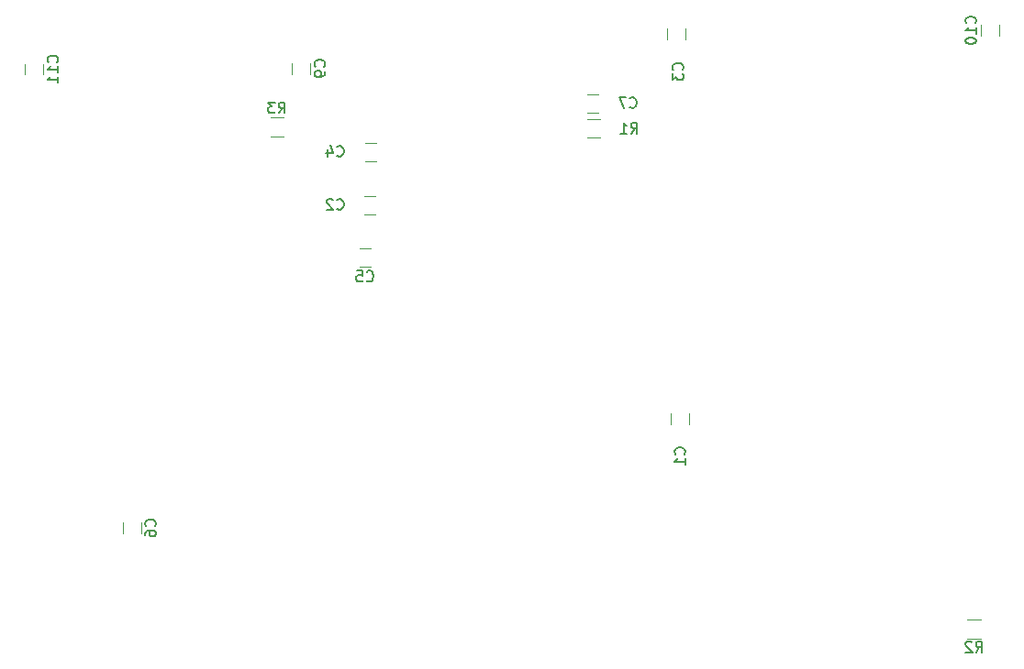
<source format=gbo>
G04 #@! TF.FileFunction,Legend,Bot*
%FSLAX46Y46*%
G04 Gerber Fmt 4.6, Leading zero omitted, Abs format (unit mm)*
G04 Created by KiCad (PCBNEW 4.0.4-stable) date 01/25/23 12:04:28*
%MOMM*%
%LPD*%
G01*
G04 APERTURE LIST*
%ADD10C,0.100000*%
%ADD11C,0.120000*%
%ADD12C,0.150000*%
G04 APERTURE END LIST*
D10*
D11*
X99325800Y-127820800D02*
X99325800Y-128820800D01*
X97625800Y-128820800D02*
X97625800Y-127820800D01*
X69426200Y-107760400D02*
X70426200Y-107760400D01*
X70426200Y-109460400D02*
X69426200Y-109460400D01*
X97346400Y-93260800D02*
X97346400Y-92260800D01*
X99046400Y-92260800D02*
X99046400Y-93260800D01*
X69451600Y-102807400D02*
X70451600Y-102807400D01*
X70451600Y-104507400D02*
X69451600Y-104507400D01*
X69943600Y-114286400D02*
X68943600Y-114286400D01*
X68943600Y-112586400D02*
X69943600Y-112586400D01*
X48805200Y-137904600D02*
X48805200Y-138904600D01*
X47105200Y-138904600D02*
X47105200Y-137904600D01*
X91000200Y-100011600D02*
X90000200Y-100011600D01*
X90000200Y-98311600D02*
X91000200Y-98311600D01*
X64426200Y-95435800D02*
X64426200Y-96435800D01*
X62726200Y-96435800D02*
X62726200Y-95435800D01*
X126302400Y-92905200D02*
X126302400Y-91905200D01*
X128002400Y-91905200D02*
X128002400Y-92905200D01*
X91176400Y-100593000D02*
X89976400Y-100593000D01*
X89976400Y-102353000D02*
X91176400Y-102353000D01*
X126253800Y-146846400D02*
X125053800Y-146846400D01*
X125053800Y-148606400D02*
X126253800Y-148606400D01*
X60715600Y-102200600D02*
X61915600Y-102200600D01*
X61915600Y-100440600D02*
X60715600Y-100440600D01*
X39788200Y-95512000D02*
X39788200Y-96512000D01*
X38088200Y-96512000D02*
X38088200Y-95512000D01*
D12*
X98909143Y-131583134D02*
X98956762Y-131535515D01*
X99004381Y-131392658D01*
X99004381Y-131297420D01*
X98956762Y-131154562D01*
X98861524Y-131059324D01*
X98766286Y-131011705D01*
X98575810Y-130964086D01*
X98432952Y-130964086D01*
X98242476Y-131011705D01*
X98147238Y-131059324D01*
X98052000Y-131154562D01*
X98004381Y-131297420D01*
X98004381Y-131392658D01*
X98052000Y-131535515D01*
X98099619Y-131583134D01*
X99004381Y-132535515D02*
X99004381Y-131964086D01*
X99004381Y-132249800D02*
X98004381Y-132249800D01*
X98147238Y-132154562D01*
X98242476Y-132059324D01*
X98290095Y-131964086D01*
X66867066Y-108916743D02*
X66914685Y-108964362D01*
X67057542Y-109011981D01*
X67152780Y-109011981D01*
X67295638Y-108964362D01*
X67390876Y-108869124D01*
X67438495Y-108773886D01*
X67486114Y-108583410D01*
X67486114Y-108440552D01*
X67438495Y-108250076D01*
X67390876Y-108154838D01*
X67295638Y-108059600D01*
X67152780Y-108011981D01*
X67057542Y-108011981D01*
X66914685Y-108059600D01*
X66867066Y-108107219D01*
X66486114Y-108107219D02*
X66438495Y-108059600D01*
X66343257Y-108011981D01*
X66105161Y-108011981D01*
X66009923Y-108059600D01*
X65962304Y-108107219D01*
X65914685Y-108202457D01*
X65914685Y-108297695D01*
X65962304Y-108440552D01*
X66533733Y-109011981D01*
X65914685Y-109011981D01*
X98731343Y-96073934D02*
X98778962Y-96026315D01*
X98826581Y-95883458D01*
X98826581Y-95788220D01*
X98778962Y-95645362D01*
X98683724Y-95550124D01*
X98588486Y-95502505D01*
X98398010Y-95454886D01*
X98255152Y-95454886D01*
X98064676Y-95502505D01*
X97969438Y-95550124D01*
X97874200Y-95645362D01*
X97826581Y-95788220D01*
X97826581Y-95883458D01*
X97874200Y-96026315D01*
X97921819Y-96073934D01*
X97826581Y-96407267D02*
X97826581Y-97026315D01*
X98207533Y-96692981D01*
X98207533Y-96835839D01*
X98255152Y-96931077D01*
X98302771Y-96978696D01*
X98398010Y-97026315D01*
X98636105Y-97026315D01*
X98731343Y-96978696D01*
X98778962Y-96931077D01*
X98826581Y-96835839D01*
X98826581Y-96550124D01*
X98778962Y-96454886D01*
X98731343Y-96407267D01*
X66867066Y-103989143D02*
X66914685Y-104036762D01*
X67057542Y-104084381D01*
X67152780Y-104084381D01*
X67295638Y-104036762D01*
X67390876Y-103941524D01*
X67438495Y-103846286D01*
X67486114Y-103655810D01*
X67486114Y-103512952D01*
X67438495Y-103322476D01*
X67390876Y-103227238D01*
X67295638Y-103132000D01*
X67152780Y-103084381D01*
X67057542Y-103084381D01*
X66914685Y-103132000D01*
X66867066Y-103179619D01*
X66009923Y-103417714D02*
X66009923Y-104084381D01*
X66248019Y-103036762D02*
X66486114Y-103751048D01*
X65867066Y-103751048D01*
X69610266Y-115543543D02*
X69657885Y-115591162D01*
X69800742Y-115638781D01*
X69895980Y-115638781D01*
X70038838Y-115591162D01*
X70134076Y-115495924D01*
X70181695Y-115400686D01*
X70229314Y-115210210D01*
X70229314Y-115067352D01*
X70181695Y-114876876D01*
X70134076Y-114781638D01*
X70038838Y-114686400D01*
X69895980Y-114638781D01*
X69800742Y-114638781D01*
X69657885Y-114686400D01*
X69610266Y-114734019D01*
X68705504Y-114638781D02*
X69181695Y-114638781D01*
X69229314Y-115114971D01*
X69181695Y-115067352D01*
X69086457Y-115019733D01*
X68848361Y-115019733D01*
X68753123Y-115067352D01*
X68705504Y-115114971D01*
X68657885Y-115210210D01*
X68657885Y-115448305D01*
X68705504Y-115543543D01*
X68753123Y-115591162D01*
X68848361Y-115638781D01*
X69086457Y-115638781D01*
X69181695Y-115591162D01*
X69229314Y-115543543D01*
X50062343Y-138237934D02*
X50109962Y-138190315D01*
X50157581Y-138047458D01*
X50157581Y-137952220D01*
X50109962Y-137809362D01*
X50014724Y-137714124D01*
X49919486Y-137666505D01*
X49729010Y-137618886D01*
X49586152Y-137618886D01*
X49395676Y-137666505D01*
X49300438Y-137714124D01*
X49205200Y-137809362D01*
X49157581Y-137952220D01*
X49157581Y-138047458D01*
X49205200Y-138190315D01*
X49252819Y-138237934D01*
X49157581Y-139095077D02*
X49157581Y-138904600D01*
X49205200Y-138809362D01*
X49252819Y-138761743D01*
X49395676Y-138666505D01*
X49586152Y-138618886D01*
X49967105Y-138618886D01*
X50062343Y-138666505D01*
X50109962Y-138714124D01*
X50157581Y-138809362D01*
X50157581Y-138999839D01*
X50109962Y-139095077D01*
X50062343Y-139142696D01*
X49967105Y-139190315D01*
X49729010Y-139190315D01*
X49633771Y-139142696D01*
X49586152Y-139095077D01*
X49538533Y-138999839D01*
X49538533Y-138809362D01*
X49586152Y-138714124D01*
X49633771Y-138666505D01*
X49729010Y-138618886D01*
X93892666Y-99518743D02*
X93940285Y-99566362D01*
X94083142Y-99613981D01*
X94178380Y-99613981D01*
X94321238Y-99566362D01*
X94416476Y-99471124D01*
X94464095Y-99375886D01*
X94511714Y-99185410D01*
X94511714Y-99042552D01*
X94464095Y-98852076D01*
X94416476Y-98756838D01*
X94321238Y-98661600D01*
X94178380Y-98613981D01*
X94083142Y-98613981D01*
X93940285Y-98661600D01*
X93892666Y-98709219D01*
X93559333Y-98613981D02*
X92892666Y-98613981D01*
X93321238Y-99613981D01*
X65683343Y-95769134D02*
X65730962Y-95721515D01*
X65778581Y-95578658D01*
X65778581Y-95483420D01*
X65730962Y-95340562D01*
X65635724Y-95245324D01*
X65540486Y-95197705D01*
X65350010Y-95150086D01*
X65207152Y-95150086D01*
X65016676Y-95197705D01*
X64921438Y-95245324D01*
X64826200Y-95340562D01*
X64778581Y-95483420D01*
X64778581Y-95578658D01*
X64826200Y-95721515D01*
X64873819Y-95769134D01*
X65778581Y-96245324D02*
X65778581Y-96435800D01*
X65730962Y-96531039D01*
X65683343Y-96578658D01*
X65540486Y-96673896D01*
X65350010Y-96721515D01*
X64969057Y-96721515D01*
X64873819Y-96673896D01*
X64826200Y-96626277D01*
X64778581Y-96531039D01*
X64778581Y-96340562D01*
X64826200Y-96245324D01*
X64873819Y-96197705D01*
X64969057Y-96150086D01*
X65207152Y-96150086D01*
X65302390Y-96197705D01*
X65350010Y-96245324D01*
X65397629Y-96340562D01*
X65397629Y-96531039D01*
X65350010Y-96626277D01*
X65302390Y-96673896D01*
X65207152Y-96721515D01*
X125759543Y-91762343D02*
X125807162Y-91714724D01*
X125854781Y-91571867D01*
X125854781Y-91476629D01*
X125807162Y-91333771D01*
X125711924Y-91238533D01*
X125616686Y-91190914D01*
X125426210Y-91143295D01*
X125283352Y-91143295D01*
X125092876Y-91190914D01*
X124997638Y-91238533D01*
X124902400Y-91333771D01*
X124854781Y-91476629D01*
X124854781Y-91571867D01*
X124902400Y-91714724D01*
X124950019Y-91762343D01*
X125854781Y-92714724D02*
X125854781Y-92143295D01*
X125854781Y-92429009D02*
X124854781Y-92429009D01*
X124997638Y-92333771D01*
X125092876Y-92238533D01*
X125140495Y-92143295D01*
X124854781Y-93333771D02*
X124854781Y-93429010D01*
X124902400Y-93524248D01*
X124950019Y-93571867D01*
X125045257Y-93619486D01*
X125235733Y-93667105D01*
X125473829Y-93667105D01*
X125664305Y-93619486D01*
X125759543Y-93571867D01*
X125807162Y-93524248D01*
X125854781Y-93429010D01*
X125854781Y-93333771D01*
X125807162Y-93238533D01*
X125759543Y-93190914D01*
X125664305Y-93143295D01*
X125473829Y-93095676D01*
X125235733Y-93095676D01*
X125045257Y-93143295D01*
X124950019Y-93190914D01*
X124902400Y-93238533D01*
X124854781Y-93333771D01*
X93994266Y-101950781D02*
X94327600Y-101474590D01*
X94565695Y-101950781D02*
X94565695Y-100950781D01*
X94184742Y-100950781D01*
X94089504Y-100998400D01*
X94041885Y-101046019D01*
X93994266Y-101141257D01*
X93994266Y-101284114D01*
X94041885Y-101379352D01*
X94089504Y-101426971D01*
X94184742Y-101474590D01*
X94565695Y-101474590D01*
X93041885Y-101950781D02*
X93613314Y-101950781D01*
X93327600Y-101950781D02*
X93327600Y-100950781D01*
X93422838Y-101093638D01*
X93518076Y-101188876D01*
X93613314Y-101236495D01*
X125820466Y-149878781D02*
X126153800Y-149402590D01*
X126391895Y-149878781D02*
X126391895Y-148878781D01*
X126010942Y-148878781D01*
X125915704Y-148926400D01*
X125868085Y-148974019D01*
X125820466Y-149069257D01*
X125820466Y-149212114D01*
X125868085Y-149307352D01*
X125915704Y-149354971D01*
X126010942Y-149402590D01*
X126391895Y-149402590D01*
X125439514Y-148974019D02*
X125391895Y-148926400D01*
X125296657Y-148878781D01*
X125058561Y-148878781D01*
X124963323Y-148926400D01*
X124915704Y-148974019D01*
X124868085Y-149069257D01*
X124868085Y-149164495D01*
X124915704Y-149307352D01*
X125487133Y-149878781D01*
X124868085Y-149878781D01*
X61482266Y-100072981D02*
X61815600Y-99596790D01*
X62053695Y-100072981D02*
X62053695Y-99072981D01*
X61672742Y-99072981D01*
X61577504Y-99120600D01*
X61529885Y-99168219D01*
X61482266Y-99263457D01*
X61482266Y-99406314D01*
X61529885Y-99501552D01*
X61577504Y-99549171D01*
X61672742Y-99596790D01*
X62053695Y-99596790D01*
X61148933Y-99072981D02*
X60529885Y-99072981D01*
X60863219Y-99453933D01*
X60720361Y-99453933D01*
X60625123Y-99501552D01*
X60577504Y-99549171D01*
X60529885Y-99644410D01*
X60529885Y-99882505D01*
X60577504Y-99977743D01*
X60625123Y-100025362D01*
X60720361Y-100072981D01*
X61006076Y-100072981D01*
X61101314Y-100025362D01*
X61148933Y-99977743D01*
X41045343Y-95369143D02*
X41092962Y-95321524D01*
X41140581Y-95178667D01*
X41140581Y-95083429D01*
X41092962Y-94940571D01*
X40997724Y-94845333D01*
X40902486Y-94797714D01*
X40712010Y-94750095D01*
X40569152Y-94750095D01*
X40378676Y-94797714D01*
X40283438Y-94845333D01*
X40188200Y-94940571D01*
X40140581Y-95083429D01*
X40140581Y-95178667D01*
X40188200Y-95321524D01*
X40235819Y-95369143D01*
X41140581Y-96321524D02*
X41140581Y-95750095D01*
X41140581Y-96035809D02*
X40140581Y-96035809D01*
X40283438Y-95940571D01*
X40378676Y-95845333D01*
X40426295Y-95750095D01*
X41140581Y-97273905D02*
X41140581Y-96702476D01*
X41140581Y-96988190D02*
X40140581Y-96988190D01*
X40283438Y-96892952D01*
X40378676Y-96797714D01*
X40426295Y-96702476D01*
M02*

</source>
